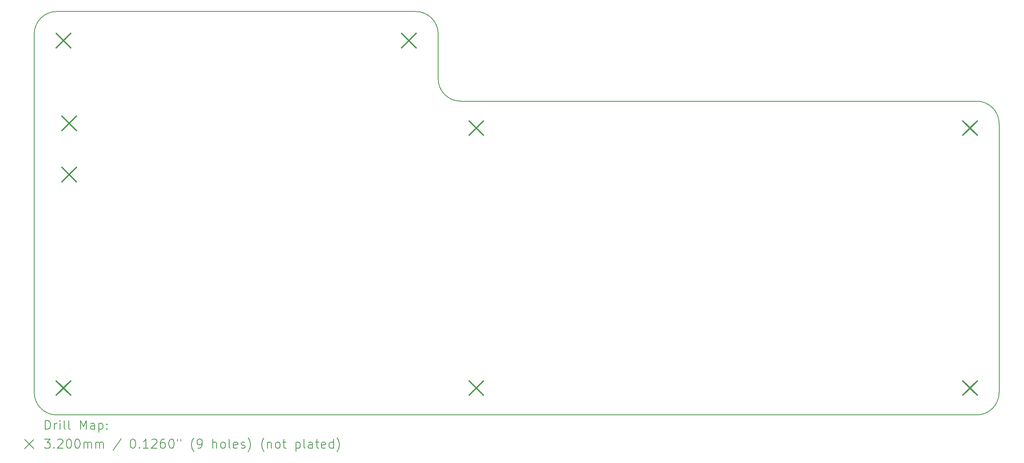
<source format=gbr>
%FSLAX45Y45*%
G04 Gerber Fmt 4.5, Leading zero omitted, Abs format (unit mm)*
G04 Created by KiCad (PCBNEW (6.0.0-rc1-172-gb8b8c0d34c)) date 2021-12-08 11:19:58*
%MOMM*%
%LPD*%
G01*
G04 APERTURE LIST*
%TA.AperFunction,Profile*%
%ADD10C,0.200000*%
%TD*%
%ADD11C,0.200000*%
%ADD12C,0.320000*%
G04 APERTURE END LIST*
D10*
X25200000Y-14600000D02*
G75*
G03*
X25700000Y-14100000I0J500000D01*
G01*
X25700000Y-8100000D02*
G75*
G03*
X25200000Y-7600000I-500000J0D01*
G01*
X13200000Y-7100000D02*
G75*
G03*
X13700000Y-7600000I500000J0D01*
G01*
X13200000Y-6100000D02*
G75*
G03*
X12700000Y-5600000I-500000J0D01*
G01*
X4700000Y-5600000D02*
G75*
G03*
X4200000Y-6100000I0J-500000D01*
G01*
X4200000Y-14100000D02*
G75*
G03*
X4700000Y-14600000I500000J0D01*
G01*
X12700000Y-5600000D02*
X4700000Y-5600000D01*
X13200000Y-7100000D02*
X13200000Y-6100000D01*
X25200000Y-7600000D02*
X13700000Y-7600000D01*
X25700000Y-14100000D02*
X25700000Y-8100000D01*
X4700000Y-14600000D02*
X25200000Y-14600000D01*
X4200000Y-6100000D02*
X4200000Y-14100000D01*
D11*
D12*
X4690000Y-6090000D02*
X5010000Y-6410000D01*
X5010000Y-6090000D02*
X4690000Y-6410000D01*
X4690000Y-13840000D02*
X5010000Y-14160000D01*
X5010000Y-13840000D02*
X4690000Y-14160000D01*
X4815000Y-7934750D02*
X5135000Y-8254750D01*
X5135000Y-7934750D02*
X4815000Y-8254750D01*
X4815000Y-9077750D02*
X5135000Y-9397750D01*
X5135000Y-9077750D02*
X4815000Y-9397750D01*
X12390000Y-6090000D02*
X12710000Y-6410000D01*
X12710000Y-6090000D02*
X12390000Y-6410000D01*
X13890000Y-8040000D02*
X14210000Y-8360000D01*
X14210000Y-8040000D02*
X13890000Y-8360000D01*
X13890000Y-13840000D02*
X14210000Y-14160000D01*
X14210000Y-13840000D02*
X13890000Y-14160000D01*
X24890000Y-8040000D02*
X25210000Y-8360000D01*
X25210000Y-8040000D02*
X24890000Y-8360000D01*
X24890000Y-13840000D02*
X25210000Y-14160000D01*
X25210000Y-13840000D02*
X24890000Y-14160000D01*
D11*
X4447619Y-14920476D02*
X4447619Y-14720476D01*
X4495238Y-14720476D01*
X4523810Y-14730000D01*
X4542857Y-14749048D01*
X4552381Y-14768095D01*
X4561905Y-14806190D01*
X4561905Y-14834762D01*
X4552381Y-14872857D01*
X4542857Y-14891905D01*
X4523810Y-14910952D01*
X4495238Y-14920476D01*
X4447619Y-14920476D01*
X4647619Y-14920476D02*
X4647619Y-14787143D01*
X4647619Y-14825238D02*
X4657143Y-14806190D01*
X4666667Y-14796667D01*
X4685714Y-14787143D01*
X4704762Y-14787143D01*
X4771429Y-14920476D02*
X4771429Y-14787143D01*
X4771429Y-14720476D02*
X4761905Y-14730000D01*
X4771429Y-14739524D01*
X4780952Y-14730000D01*
X4771429Y-14720476D01*
X4771429Y-14739524D01*
X4895238Y-14920476D02*
X4876190Y-14910952D01*
X4866667Y-14891905D01*
X4866667Y-14720476D01*
X5000000Y-14920476D02*
X4980952Y-14910952D01*
X4971429Y-14891905D01*
X4971429Y-14720476D01*
X5228571Y-14920476D02*
X5228571Y-14720476D01*
X5295238Y-14863333D01*
X5361905Y-14720476D01*
X5361905Y-14920476D01*
X5542857Y-14920476D02*
X5542857Y-14815714D01*
X5533333Y-14796667D01*
X5514286Y-14787143D01*
X5476190Y-14787143D01*
X5457143Y-14796667D01*
X5542857Y-14910952D02*
X5523810Y-14920476D01*
X5476190Y-14920476D01*
X5457143Y-14910952D01*
X5447619Y-14891905D01*
X5447619Y-14872857D01*
X5457143Y-14853809D01*
X5476190Y-14844286D01*
X5523810Y-14844286D01*
X5542857Y-14834762D01*
X5638095Y-14787143D02*
X5638095Y-14987143D01*
X5638095Y-14796667D02*
X5657143Y-14787143D01*
X5695238Y-14787143D01*
X5714286Y-14796667D01*
X5723809Y-14806190D01*
X5733333Y-14825238D01*
X5733333Y-14882381D01*
X5723809Y-14901428D01*
X5714286Y-14910952D01*
X5695238Y-14920476D01*
X5657143Y-14920476D01*
X5638095Y-14910952D01*
X5819048Y-14901428D02*
X5828571Y-14910952D01*
X5819048Y-14920476D01*
X5809524Y-14910952D01*
X5819048Y-14901428D01*
X5819048Y-14920476D01*
X5819048Y-14796667D02*
X5828571Y-14806190D01*
X5819048Y-14815714D01*
X5809524Y-14806190D01*
X5819048Y-14796667D01*
X5819048Y-14815714D01*
X3990000Y-15150000D02*
X4190000Y-15350000D01*
X4190000Y-15150000D02*
X3990000Y-15350000D01*
X4428571Y-15140476D02*
X4552381Y-15140476D01*
X4485714Y-15216667D01*
X4514286Y-15216667D01*
X4533333Y-15226190D01*
X4542857Y-15235714D01*
X4552381Y-15254762D01*
X4552381Y-15302381D01*
X4542857Y-15321428D01*
X4533333Y-15330952D01*
X4514286Y-15340476D01*
X4457143Y-15340476D01*
X4438095Y-15330952D01*
X4428571Y-15321428D01*
X4638095Y-15321428D02*
X4647619Y-15330952D01*
X4638095Y-15340476D01*
X4628571Y-15330952D01*
X4638095Y-15321428D01*
X4638095Y-15340476D01*
X4723810Y-15159524D02*
X4733333Y-15150000D01*
X4752381Y-15140476D01*
X4800000Y-15140476D01*
X4819048Y-15150000D01*
X4828571Y-15159524D01*
X4838095Y-15178571D01*
X4838095Y-15197619D01*
X4828571Y-15226190D01*
X4714286Y-15340476D01*
X4838095Y-15340476D01*
X4961905Y-15140476D02*
X4980952Y-15140476D01*
X5000000Y-15150000D01*
X5009524Y-15159524D01*
X5019048Y-15178571D01*
X5028571Y-15216667D01*
X5028571Y-15264286D01*
X5019048Y-15302381D01*
X5009524Y-15321428D01*
X5000000Y-15330952D01*
X4980952Y-15340476D01*
X4961905Y-15340476D01*
X4942857Y-15330952D01*
X4933333Y-15321428D01*
X4923810Y-15302381D01*
X4914286Y-15264286D01*
X4914286Y-15216667D01*
X4923810Y-15178571D01*
X4933333Y-15159524D01*
X4942857Y-15150000D01*
X4961905Y-15140476D01*
X5152381Y-15140476D02*
X5171429Y-15140476D01*
X5190476Y-15150000D01*
X5200000Y-15159524D01*
X5209524Y-15178571D01*
X5219048Y-15216667D01*
X5219048Y-15264286D01*
X5209524Y-15302381D01*
X5200000Y-15321428D01*
X5190476Y-15330952D01*
X5171429Y-15340476D01*
X5152381Y-15340476D01*
X5133333Y-15330952D01*
X5123810Y-15321428D01*
X5114286Y-15302381D01*
X5104762Y-15264286D01*
X5104762Y-15216667D01*
X5114286Y-15178571D01*
X5123810Y-15159524D01*
X5133333Y-15150000D01*
X5152381Y-15140476D01*
X5304762Y-15340476D02*
X5304762Y-15207143D01*
X5304762Y-15226190D02*
X5314286Y-15216667D01*
X5333333Y-15207143D01*
X5361905Y-15207143D01*
X5380952Y-15216667D01*
X5390476Y-15235714D01*
X5390476Y-15340476D01*
X5390476Y-15235714D02*
X5400000Y-15216667D01*
X5419048Y-15207143D01*
X5447619Y-15207143D01*
X5466667Y-15216667D01*
X5476190Y-15235714D01*
X5476190Y-15340476D01*
X5571429Y-15340476D02*
X5571429Y-15207143D01*
X5571429Y-15226190D02*
X5580952Y-15216667D01*
X5600000Y-15207143D01*
X5628571Y-15207143D01*
X5647619Y-15216667D01*
X5657143Y-15235714D01*
X5657143Y-15340476D01*
X5657143Y-15235714D02*
X5666667Y-15216667D01*
X5685714Y-15207143D01*
X5714286Y-15207143D01*
X5733333Y-15216667D01*
X5742857Y-15235714D01*
X5742857Y-15340476D01*
X6133333Y-15130952D02*
X5961905Y-15388095D01*
X6390476Y-15140476D02*
X6409524Y-15140476D01*
X6428571Y-15150000D01*
X6438095Y-15159524D01*
X6447619Y-15178571D01*
X6457143Y-15216667D01*
X6457143Y-15264286D01*
X6447619Y-15302381D01*
X6438095Y-15321428D01*
X6428571Y-15330952D01*
X6409524Y-15340476D01*
X6390476Y-15340476D01*
X6371428Y-15330952D01*
X6361905Y-15321428D01*
X6352381Y-15302381D01*
X6342857Y-15264286D01*
X6342857Y-15216667D01*
X6352381Y-15178571D01*
X6361905Y-15159524D01*
X6371428Y-15150000D01*
X6390476Y-15140476D01*
X6542857Y-15321428D02*
X6552381Y-15330952D01*
X6542857Y-15340476D01*
X6533333Y-15330952D01*
X6542857Y-15321428D01*
X6542857Y-15340476D01*
X6742857Y-15340476D02*
X6628571Y-15340476D01*
X6685714Y-15340476D02*
X6685714Y-15140476D01*
X6666667Y-15169048D01*
X6647619Y-15188095D01*
X6628571Y-15197619D01*
X6819048Y-15159524D02*
X6828571Y-15150000D01*
X6847619Y-15140476D01*
X6895238Y-15140476D01*
X6914286Y-15150000D01*
X6923809Y-15159524D01*
X6933333Y-15178571D01*
X6933333Y-15197619D01*
X6923809Y-15226190D01*
X6809524Y-15340476D01*
X6933333Y-15340476D01*
X7104762Y-15140476D02*
X7066667Y-15140476D01*
X7047619Y-15150000D01*
X7038095Y-15159524D01*
X7019048Y-15188095D01*
X7009524Y-15226190D01*
X7009524Y-15302381D01*
X7019048Y-15321428D01*
X7028571Y-15330952D01*
X7047619Y-15340476D01*
X7085714Y-15340476D01*
X7104762Y-15330952D01*
X7114286Y-15321428D01*
X7123809Y-15302381D01*
X7123809Y-15254762D01*
X7114286Y-15235714D01*
X7104762Y-15226190D01*
X7085714Y-15216667D01*
X7047619Y-15216667D01*
X7028571Y-15226190D01*
X7019048Y-15235714D01*
X7009524Y-15254762D01*
X7247619Y-15140476D02*
X7266667Y-15140476D01*
X7285714Y-15150000D01*
X7295238Y-15159524D01*
X7304762Y-15178571D01*
X7314286Y-15216667D01*
X7314286Y-15264286D01*
X7304762Y-15302381D01*
X7295238Y-15321428D01*
X7285714Y-15330952D01*
X7266667Y-15340476D01*
X7247619Y-15340476D01*
X7228571Y-15330952D01*
X7219048Y-15321428D01*
X7209524Y-15302381D01*
X7200000Y-15264286D01*
X7200000Y-15216667D01*
X7209524Y-15178571D01*
X7219048Y-15159524D01*
X7228571Y-15150000D01*
X7247619Y-15140476D01*
X7390476Y-15140476D02*
X7390476Y-15178571D01*
X7466667Y-15140476D02*
X7466667Y-15178571D01*
X7761905Y-15416667D02*
X7752381Y-15407143D01*
X7733333Y-15378571D01*
X7723809Y-15359524D01*
X7714286Y-15330952D01*
X7704762Y-15283333D01*
X7704762Y-15245238D01*
X7714286Y-15197619D01*
X7723809Y-15169048D01*
X7733333Y-15150000D01*
X7752381Y-15121428D01*
X7761905Y-15111905D01*
X7847619Y-15340476D02*
X7885714Y-15340476D01*
X7904762Y-15330952D01*
X7914286Y-15321428D01*
X7933333Y-15292857D01*
X7942857Y-15254762D01*
X7942857Y-15178571D01*
X7933333Y-15159524D01*
X7923809Y-15150000D01*
X7904762Y-15140476D01*
X7866667Y-15140476D01*
X7847619Y-15150000D01*
X7838095Y-15159524D01*
X7828571Y-15178571D01*
X7828571Y-15226190D01*
X7838095Y-15245238D01*
X7847619Y-15254762D01*
X7866667Y-15264286D01*
X7904762Y-15264286D01*
X7923809Y-15254762D01*
X7933333Y-15245238D01*
X7942857Y-15226190D01*
X8180952Y-15340476D02*
X8180952Y-15140476D01*
X8266667Y-15340476D02*
X8266667Y-15235714D01*
X8257143Y-15216667D01*
X8238095Y-15207143D01*
X8209524Y-15207143D01*
X8190476Y-15216667D01*
X8180952Y-15226190D01*
X8390476Y-15340476D02*
X8371428Y-15330952D01*
X8361905Y-15321428D01*
X8352381Y-15302381D01*
X8352381Y-15245238D01*
X8361905Y-15226190D01*
X8371428Y-15216667D01*
X8390476Y-15207143D01*
X8419048Y-15207143D01*
X8438095Y-15216667D01*
X8447619Y-15226190D01*
X8457143Y-15245238D01*
X8457143Y-15302381D01*
X8447619Y-15321428D01*
X8438095Y-15330952D01*
X8419048Y-15340476D01*
X8390476Y-15340476D01*
X8571429Y-15340476D02*
X8552381Y-15330952D01*
X8542857Y-15311905D01*
X8542857Y-15140476D01*
X8723810Y-15330952D02*
X8704762Y-15340476D01*
X8666667Y-15340476D01*
X8647619Y-15330952D01*
X8638095Y-15311905D01*
X8638095Y-15235714D01*
X8647619Y-15216667D01*
X8666667Y-15207143D01*
X8704762Y-15207143D01*
X8723810Y-15216667D01*
X8733333Y-15235714D01*
X8733333Y-15254762D01*
X8638095Y-15273809D01*
X8809524Y-15330952D02*
X8828571Y-15340476D01*
X8866667Y-15340476D01*
X8885714Y-15330952D01*
X8895238Y-15311905D01*
X8895238Y-15302381D01*
X8885714Y-15283333D01*
X8866667Y-15273809D01*
X8838095Y-15273809D01*
X8819048Y-15264286D01*
X8809524Y-15245238D01*
X8809524Y-15235714D01*
X8819048Y-15216667D01*
X8838095Y-15207143D01*
X8866667Y-15207143D01*
X8885714Y-15216667D01*
X8961905Y-15416667D02*
X8971429Y-15407143D01*
X8990476Y-15378571D01*
X9000000Y-15359524D01*
X9009524Y-15330952D01*
X9019048Y-15283333D01*
X9019048Y-15245238D01*
X9009524Y-15197619D01*
X9000000Y-15169048D01*
X8990476Y-15150000D01*
X8971429Y-15121428D01*
X8961905Y-15111905D01*
X9323810Y-15416667D02*
X9314286Y-15407143D01*
X9295238Y-15378571D01*
X9285714Y-15359524D01*
X9276190Y-15330952D01*
X9266667Y-15283333D01*
X9266667Y-15245238D01*
X9276190Y-15197619D01*
X9285714Y-15169048D01*
X9295238Y-15150000D01*
X9314286Y-15121428D01*
X9323810Y-15111905D01*
X9400000Y-15207143D02*
X9400000Y-15340476D01*
X9400000Y-15226190D02*
X9409524Y-15216667D01*
X9428571Y-15207143D01*
X9457143Y-15207143D01*
X9476190Y-15216667D01*
X9485714Y-15235714D01*
X9485714Y-15340476D01*
X9609524Y-15340476D02*
X9590476Y-15330952D01*
X9580952Y-15321428D01*
X9571429Y-15302381D01*
X9571429Y-15245238D01*
X9580952Y-15226190D01*
X9590476Y-15216667D01*
X9609524Y-15207143D01*
X9638095Y-15207143D01*
X9657143Y-15216667D01*
X9666667Y-15226190D01*
X9676190Y-15245238D01*
X9676190Y-15302381D01*
X9666667Y-15321428D01*
X9657143Y-15330952D01*
X9638095Y-15340476D01*
X9609524Y-15340476D01*
X9733333Y-15207143D02*
X9809524Y-15207143D01*
X9761905Y-15140476D02*
X9761905Y-15311905D01*
X9771429Y-15330952D01*
X9790476Y-15340476D01*
X9809524Y-15340476D01*
X10028571Y-15207143D02*
X10028571Y-15407143D01*
X10028571Y-15216667D02*
X10047619Y-15207143D01*
X10085714Y-15207143D01*
X10104762Y-15216667D01*
X10114286Y-15226190D01*
X10123810Y-15245238D01*
X10123810Y-15302381D01*
X10114286Y-15321428D01*
X10104762Y-15330952D01*
X10085714Y-15340476D01*
X10047619Y-15340476D01*
X10028571Y-15330952D01*
X10238095Y-15340476D02*
X10219048Y-15330952D01*
X10209524Y-15311905D01*
X10209524Y-15140476D01*
X10400000Y-15340476D02*
X10400000Y-15235714D01*
X10390476Y-15216667D01*
X10371429Y-15207143D01*
X10333333Y-15207143D01*
X10314286Y-15216667D01*
X10400000Y-15330952D02*
X10380952Y-15340476D01*
X10333333Y-15340476D01*
X10314286Y-15330952D01*
X10304762Y-15311905D01*
X10304762Y-15292857D01*
X10314286Y-15273809D01*
X10333333Y-15264286D01*
X10380952Y-15264286D01*
X10400000Y-15254762D01*
X10466667Y-15207143D02*
X10542857Y-15207143D01*
X10495238Y-15140476D02*
X10495238Y-15311905D01*
X10504762Y-15330952D01*
X10523810Y-15340476D01*
X10542857Y-15340476D01*
X10685714Y-15330952D02*
X10666667Y-15340476D01*
X10628571Y-15340476D01*
X10609524Y-15330952D01*
X10600000Y-15311905D01*
X10600000Y-15235714D01*
X10609524Y-15216667D01*
X10628571Y-15207143D01*
X10666667Y-15207143D01*
X10685714Y-15216667D01*
X10695238Y-15235714D01*
X10695238Y-15254762D01*
X10600000Y-15273809D01*
X10866667Y-15340476D02*
X10866667Y-15140476D01*
X10866667Y-15330952D02*
X10847619Y-15340476D01*
X10809524Y-15340476D01*
X10790476Y-15330952D01*
X10780952Y-15321428D01*
X10771429Y-15302381D01*
X10771429Y-15245238D01*
X10780952Y-15226190D01*
X10790476Y-15216667D01*
X10809524Y-15207143D01*
X10847619Y-15207143D01*
X10866667Y-15216667D01*
X10942857Y-15416667D02*
X10952381Y-15407143D01*
X10971429Y-15378571D01*
X10980952Y-15359524D01*
X10990476Y-15330952D01*
X11000000Y-15283333D01*
X11000000Y-15245238D01*
X10990476Y-15197619D01*
X10980952Y-15169048D01*
X10971429Y-15150000D01*
X10952381Y-15121428D01*
X10942857Y-15111905D01*
M02*

</source>
